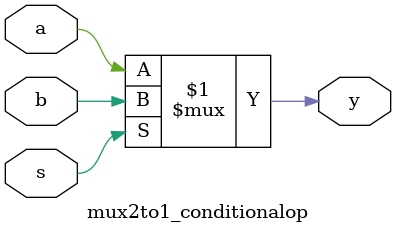
<source format=v>
module mux2to1_conditionalop(
    input a,b,s,
    output y
);
assign y=s?b:a;
endmodule

/*OUTPUT
meenakshi@meenakshi-Inspiron-3501:~/verilog/mux2to1_conditionalop$ vvp mux2to1_conditionalop.out
VCD info: dumpfile mux2to1_conditionalop.vcd opened for output.
$time=0|a=0|b=1|s=0|y=0
$time=10|a=1|b=0|s=1|y=0
mux2to1_conditionalop_tb.v:11: $finish called at 20 (1s)
*/

</source>
